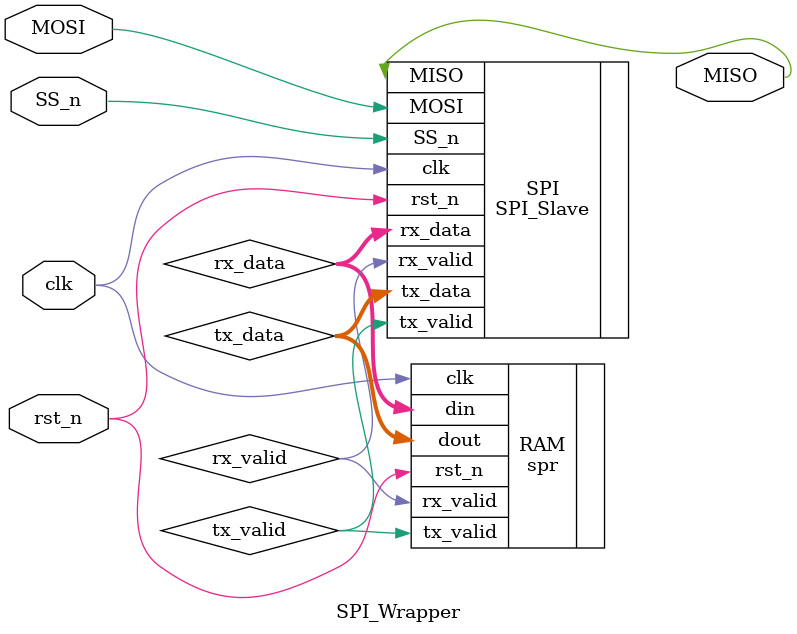
<source format=v>
module SPI_Wrapper(

input clk,rst_n,SS_n,MOSI,
output MISO );            

wire tx_valid;
wire rx_valid;
wire [7:0] tx_data;
wire [9:0] rx_data;

SPI_Slave SPI (.clk(clk),.rst_n(rst_n),.tx_valid(tx_valid),.MOSI(MOSI),.SS_n(SS_n),.tx_data(tx_data),
               .rx_data(rx_data),.rx_valid(rx_valid),.MISO(MISO));


spr #(.MEM_DEPTH(256),.ADDR_SIZE(8)) RAM (.clk(clk),.rst_n(rst_n),.rx_valid(rx_valid),.din(rx_data),
                                          .dout(tx_data),.tx_valid(tx_valid));            

endmodule

</source>
